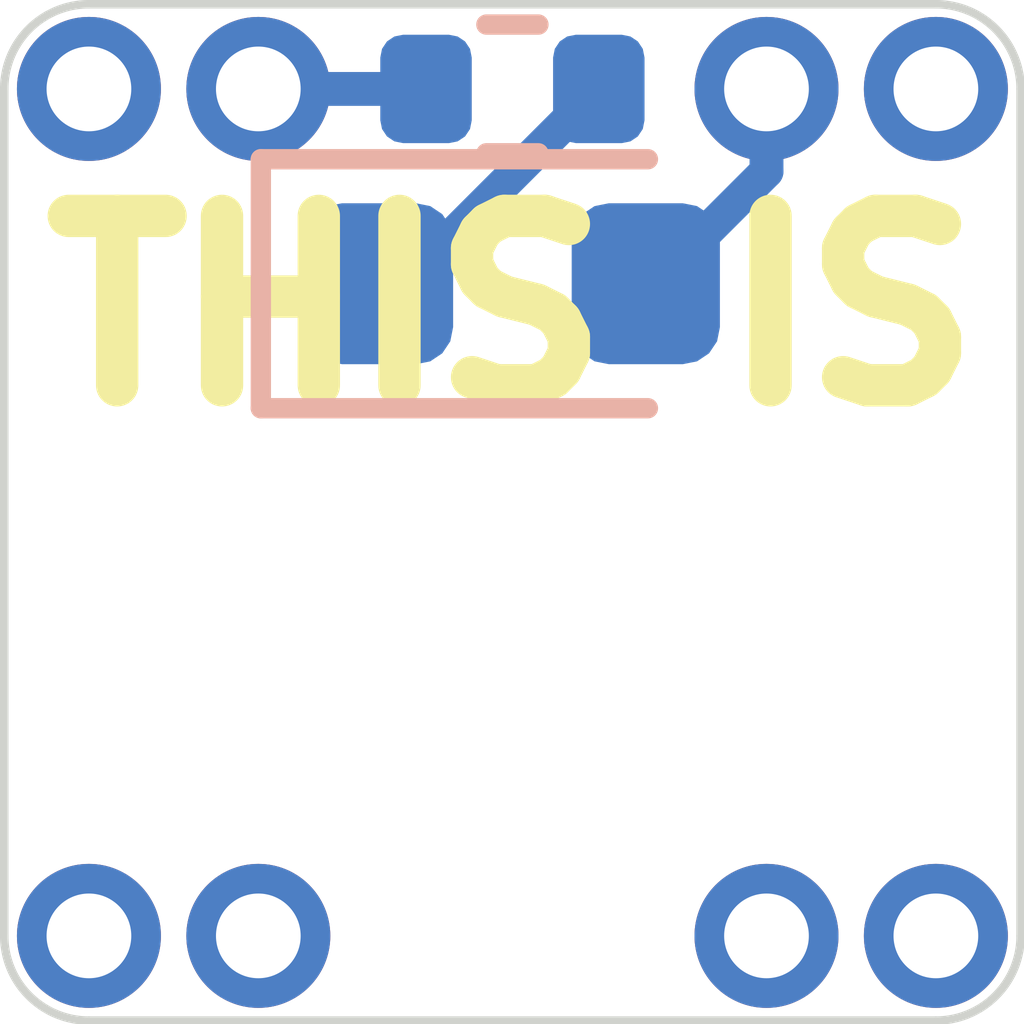
<source format=kicad_pcb>
(kicad_pcb (version 20241229) (generator "pcbnew") (generator_version "9.0")
  (layers (0 "F.Cu" signal) (2 "B.Cu" signal) (13 "F.Paste" user) (15 "B.Paste" user) (5 "F.SilkS" user "F.Silkscreen") (7 "B.SilkS" user "B.Silkscreen") (1 "F.Mask" user) (3 "B.Mask" user) (25 "Edge.Cuts" user))
  (net 0 "")
  (net 1 "GND")
  (net 4 "+3.3V")
  (net 6 "Net-(D1-K)")
  (footprint "Microbadge V2:Microbadge_V2_simple_round" (layer "F.Cu") (at 146 88)
    (property "Reference" "MCB1" (hide yes))
    (property "Value" "Microbadge V2 Full" (hide yes))
    (fp_line (start -3 2.5) (end -3 -2.5) (stroke (width 0.05)) (layer "Edge.Cuts"))
    (fp_line (start -2.5 -3) (end 2.5 -3) (stroke (width 0.05)) (layer "Edge.Cuts"))
    (fp_line (start 2.5 3) (end -2.5 3) (stroke (width 0.05)) (layer "Edge.Cuts"))
    (fp_line (start 3 -2.5) (end 3 2.5) (stroke (width 0.05)) (layer "Edge.Cuts"))
    (fp_arc (start -3 -2.5) (mid -2.853553 -2.853553) (end -2.5 -3) (stroke (width 0.05)) (layer "Edge.Cuts"))
    (fp_arc (start -2.5 3) (mid -2.853553 2.853553) (end -3 2.5) (stroke (width 0.05)) (layer "Edge.Cuts"))
    (fp_arc (start 2.5 -3) (mid 2.853553 -2.853553) (end 3 -2.5) (stroke (width 0.05)) (layer "Edge.Cuts"))
    (fp_arc (start 3 2.5) (mid 2.853553 2.853553) (end 2.5 3) (stroke (width 0.05)) (layer "Edge.Cuts"))
    (pad "1" thru_hole circle (at -2.5 -2.5 90) (size 0.85 0.85) (drill 0.5) (layers "*.Cu" "*.Mask"))
    (pad "2" thru_hole circle (at -1.5 -2.5 90) (size 0.85 0.85) (drill 0.5) (layers "*.Cu" "*.Mask") (net 1 "GND"))
    (pad "5" thru_hole circle (at 1.5 -2.5 90) (size 0.85 0.85) (drill 0.5) (layers "*.Cu" "*.Mask") (net 4 "+3.3V"))
    (pad "6" thru_hole circle (at 2.5 -2.5 90) (size 0.85 0.85) (drill 0.5) (layers "*.Cu" "*.Mask") (net 1 "GND"))
    (pad "7" thru_hole circle (at -2.5 2.5 90) (size 0.85 0.85) (drill 0.5) (layers "*.Cu" "*.Mask"))
    (pad "8" thru_hole circle (at -1.5 2.5 90) (size 0.85 0.85) (drill 0.5) (layers "*.Cu" "*.Mask"))
    (pad "11" thru_hole circle (at 1.5 2.5 90) (size 0.85 0.85) (drill 0.5) (layers "*.Cu" "*.Mask") (net 4 "+3.3V"))
    (pad "12" thru_hole circle (at 2.5 2.5 90) (size 0.85 0.85) (drill 0.5) (layers "*.Cu" "*.Mask") (net 1 "GND"))
  )
  (footprint "LED_SMD:LED_0603_1608Metric" (layer "B.Cu") (at 146 86.65)
    (property "Reference" "D1" (hide yes))
    (property "Value" "LED_Yellow" (hide yes))
    (fp_line (start -1.485 -0.735) (end 0.8 -0.735) (stroke (width 0.12)) (layer "B.SilkS"))
    (fp_line (start -1.485 0.735) (end -1.485 -0.735) (stroke (width 0.12)) (layer "B.SilkS"))
    (fp_line (start 0.8 0.735) (end -1.485 0.735) (stroke (width 0.12)) (layer "B.SilkS"))
    (pad "1" smd roundrect (at -0.7875 0) (size 0.875 0.95) (layers "B.Cu" "B.Mask" "B.Paste") (net 6 "Net-(D1-K)"))
    (pad "2" smd roundrect (at 0.7875 0) (size 0.875 0.95) (layers "B.Cu" "B.Mask" "B.Paste") (net 4 "+3.3V"))
  )
  (footprint "Resistor_SMD:R_0402_1005Metric" (layer "B.Cu") (at 146 85.5 180)
    (property "Reference" "R1" (hide yes))
    (property "Value" "50ohm" (hide yes))
    (fp_line (start -0.153641 0.38) (end 0.153641 0.38) (stroke (width 0.12)) (layer "B.SilkS"))
    (fp_line (start -0.153641 -0.38) (end 0.153641 -0.38) (stroke (width 0.12)) (layer "B.SilkS"))
    (pad "1" smd roundrect (at -0.51 0 180) (size 0.54 0.64) (layers "B.Cu" "B.Mask" "B.Paste") (net 6 "Net-(D1-K)"))
    (pad "2" smd roundrect (at 0.51 0 180) (size 0.54 0.64) (layers "B.Cu" "B.Mask" "B.Paste") (net 1 "GND"))
  )
  (gr_text "THIS IS" (at 146 86.8 0) (layer "F.SilkS") (effects (font (size 1 1) (thickness 0.25))))
  (segment (start 145.49 85.5) (end 144.5 85.5) (width 0.2) (layer "B.Cu") (net 1))
  (segment (start 147.5 85.9875) (end 146.7875 86.7) (width 0.2) (layer "B.Cu") (net 4))
  (segment (start 147.5 85.5) (end 147.5 85.9875) (width 0.2) (layer "B.Cu") (net 4))
  (segment (start 145.2125 86.7) (end 145.31 86.7) (width 0.2) (layer "B.Cu") (net 6))
  (segment (start 145.31 86.7) (end 146.51 85.5) (width 0.2) (layer "B.Cu") (net 6))
)
</source>
